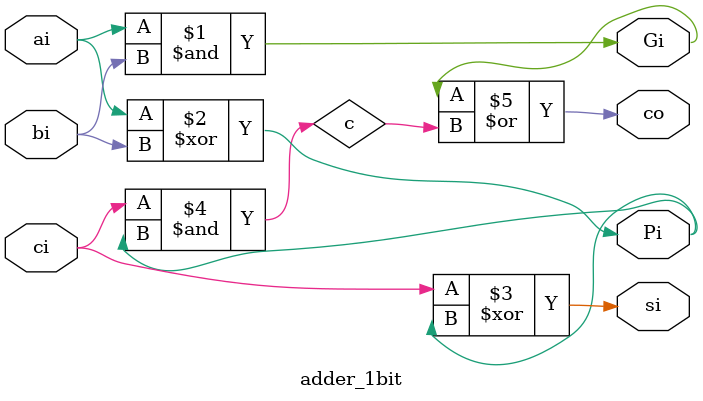
<source format=v>
`timescale 1ns / 1ps
module adder_1bit(
    input ai, bi, ci, 
    output si, co,
	 output Gi, Pi);
	 
	 wire c;
	 
    and (Gi,ai,bi);
	 xor (Pi,ai,bi),
		  (si,ci,Pi);
	 and (c, ci,Pi);
	 or  (co,Gi, c);
	 
endmodule

</source>
